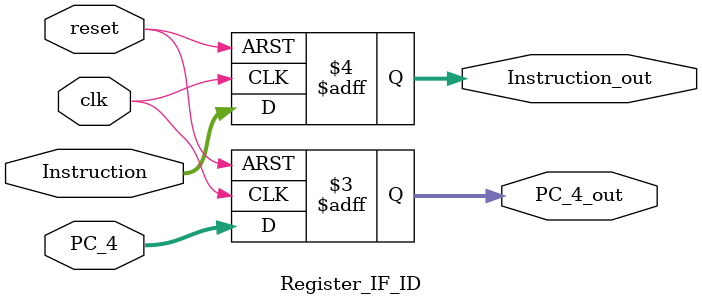
<source format=v>
/******************************************************************
* Description
*	This is a register that corresponds to the Instruction and PC + 4. 
*	This register does not have an enable signal.
* Version:
*	1.0
* Author:
*	Alexis Muñoz
* email:
*	is713743@iteso.mx
* Date:
*	19/04/2020
******************************************************************/

module Register_IF_ID
#(
	parameter N=32
)
(
	input clk,
	input reset,
	input  [N-1:0] PC_4,
	input  [N-1:0] Instruction,
	
	
	output reg [N-1:0] PC_4_out,
	output reg [N-1:0] Instruction_out
);

always@(negedge reset or negedge clk) begin
	if(reset==0)
		begin
			PC_4_out <= 0;
			Instruction_out <= 0;
		end
	else	
		begin
			PC_4_out<=PC_4;
			Instruction_out<=Instruction;
		end
end

endmodule
//pcreg//
</source>
